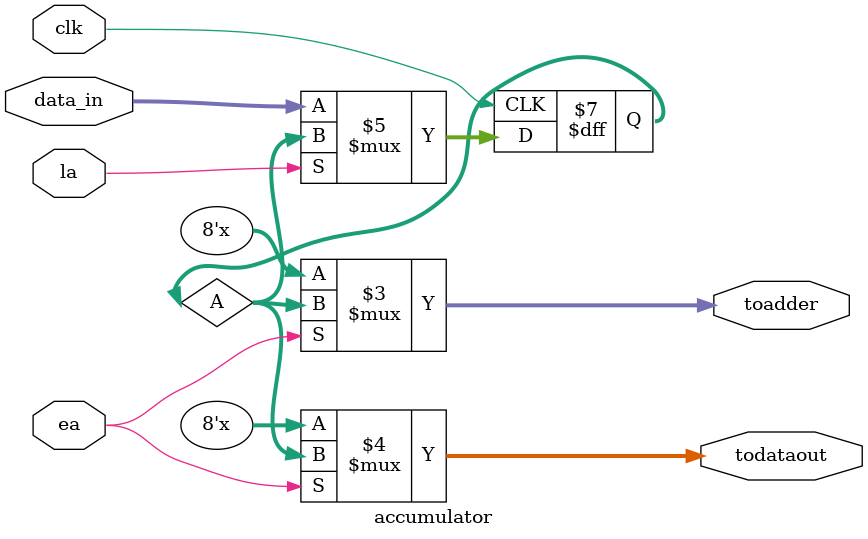
<source format=v>
`timescale 1ns / 1ps
module accumulator(input [7:0] data_in , input la,clk,ea ,output [7:0] toadder,todataout);
reg [7:0] A;
always @ (posedge clk)
begin
if (la==0)
A<=data_in;
end
assign toadder=ea?A:8'bzzzzzzzz;
assign todataout=ea?A:8'bzzzzzzzz;


endmodule

</source>
